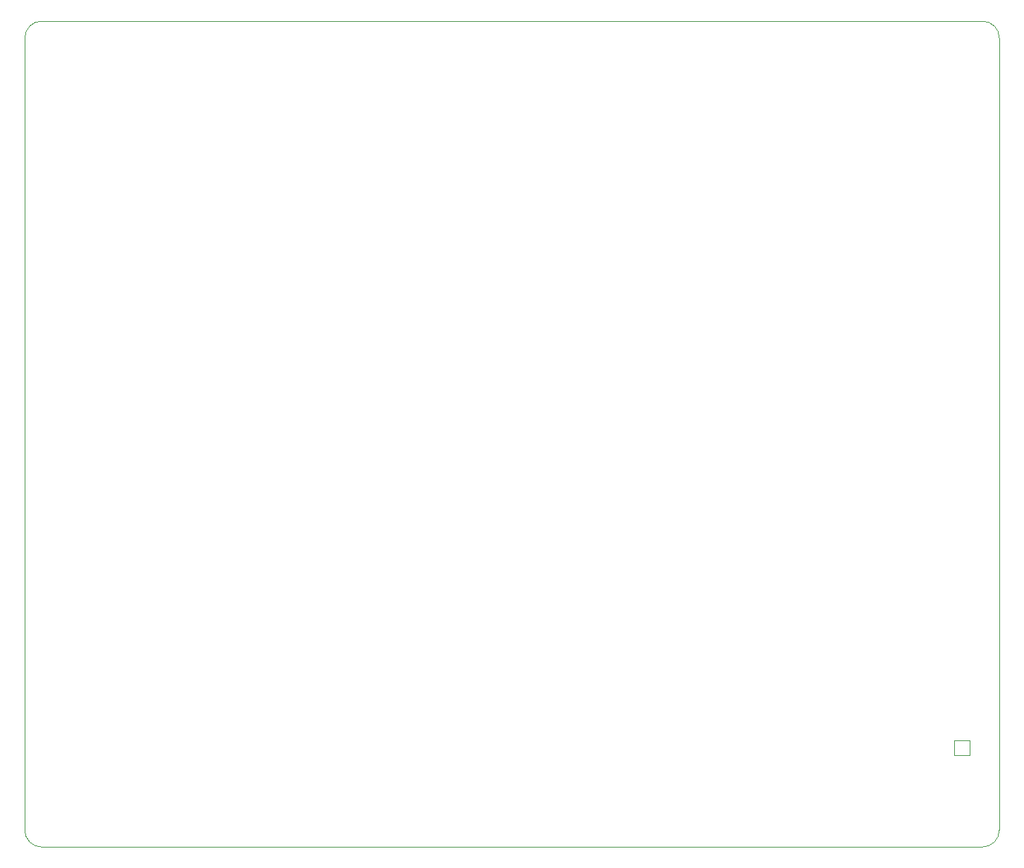
<source format=gbr>
%TF.GenerationSoftware,KiCad,Pcbnew,(6.0.10)*%
%TF.CreationDate,2023-12-11T16:59:24-05:00*%
%TF.ProjectId,Ultrasonic Sound Steering - Control Rev. A,556c7472-6173-46f6-9e69-6320536f756e,rev?*%
%TF.SameCoordinates,Original*%
%TF.FileFunction,Profile,NP*%
%FSLAX46Y46*%
G04 Gerber Fmt 4.6, Leading zero omitted, Abs format (unit mm)*
G04 Created by KiCad (PCBNEW (6.0.10)) date 2023-12-11 16:59:24*
%MOMM*%
%LPD*%
G01*
G04 APERTURE LIST*
%TA.AperFunction,Profile*%
%ADD10C,0.100000*%
%TD*%
%TA.AperFunction,Profile*%
%ADD11C,0.010000*%
%TD*%
G04 APERTURE END LIST*
D10*
X159706350Y-26997214D02*
X272697922Y-26997214D01*
X157702100Y-124143000D02*
G75*
G03*
X159702136Y-126143000I2000100J100D01*
G01*
X274697886Y-28997214D02*
G75*
G03*
X272697922Y-26997214I-1999886J114D01*
G01*
X274697922Y-28997214D02*
X274697922Y-124138787D01*
X157702136Y-124143000D02*
X157706350Y-28997214D01*
X272697922Y-126138787D02*
X159702136Y-126143000D01*
X159706350Y-26997150D02*
G75*
G03*
X157706350Y-28997214I50J-2000050D01*
G01*
X272697922Y-126138722D02*
G75*
G03*
X274697922Y-124138787I78J1999922D01*
G01*
D11*
%TO.C,P13*%
X271110000Y-113350000D02*
X269310000Y-113350000D01*
X269310000Y-115150000D02*
X271110000Y-115150000D01*
X269310000Y-113350000D02*
X269310000Y-115150000D01*
X271110000Y-115150000D02*
X271110000Y-113350000D01*
%TD*%
M02*

</source>
